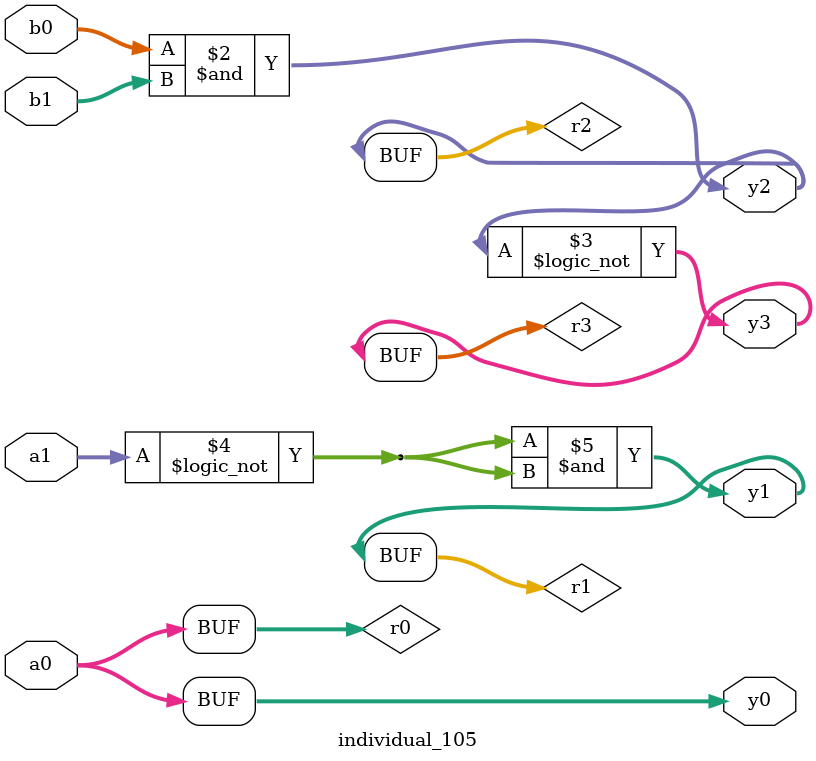
<source format=sv>
module individual_105(input logic [15:0] a1, input logic [15:0] a0, input logic [15:0] b1, input logic [15:0] b0, output logic [15:0] y3, output logic [15:0] y2, output logic [15:0] y1, output logic [15:0] y0);
logic [15:0] r0, r1, r2, r3; 
 always@(*) begin 
	 r0 = a0; r1 = a1; r2 = b0; r3 = b1; 
 	 r2  &=  b1 ;
 	 r3 = ! r2 ;
 	 r1 = ! a1 ;
 	 r1  &=  r1 ;
 	 y3 = r3; y2 = r2; y1 = r1; y0 = r0; 
end
endmodule
</source>
